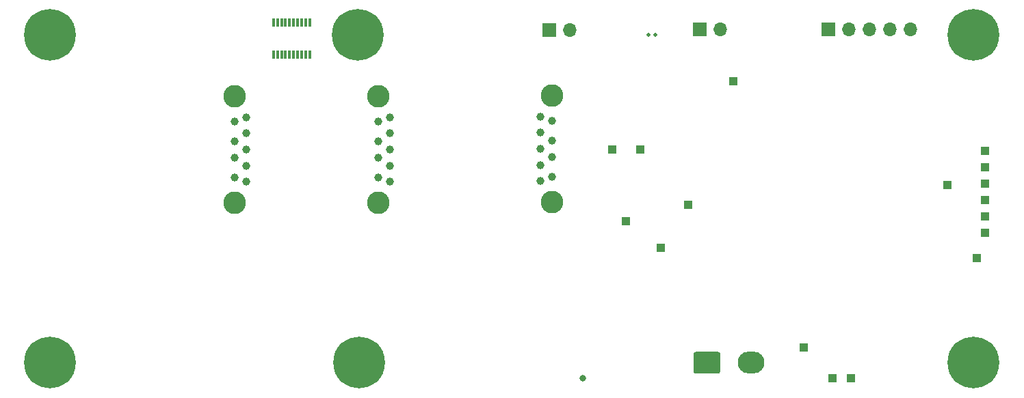
<source format=gbs>
G04 #@! TF.GenerationSoftware,KiCad,Pcbnew,(5.1.9-0-10_14)*
G04 #@! TF.CreationDate,2021-02-19T17:06:03+01:00*
G04 #@! TF.ProjectId,base-plane,62617365-2d70-46c6-916e-652e6b696361,rev?*
G04 #@! TF.SameCoordinates,Original*
G04 #@! TF.FileFunction,Soldermask,Bot*
G04 #@! TF.FilePolarity,Negative*
%FSLAX46Y46*%
G04 Gerber Fmt 4.6, Leading zero omitted, Abs format (unit mm)*
G04 Created by KiCad (PCBNEW (5.1.9-0-10_14)) date 2021-02-19 17:06:03*
%MOMM*%
%LPD*%
G01*
G04 APERTURE LIST*
%ADD10R,1.000000X1.000000*%
%ADD11R,0.300000X1.000000*%
%ADD12C,0.800000*%
%ADD13C,6.400000*%
%ADD14O,1.700000X1.700000*%
%ADD15R,1.700000X1.700000*%
%ADD16C,0.508000*%
%ADD17C,1.000000*%
%ADD18C,2.800000*%
%ADD19O,3.300000X2.700000*%
G04 APERTURE END LIST*
D10*
G04 #@! TO.C,TP19*
X172085000Y-100076000D03*
G04 #@! TD*
G04 #@! TO.C,TP18*
X167767000Y-96774000D03*
G04 #@! TD*
G04 #@! TO.C,TP16*
X166116000Y-87884000D03*
G04 #@! TD*
G04 #@! TO.C,TP15*
X175514000Y-94742000D03*
G04 #@! TD*
G04 #@! TO.C,TP13*
X169545000Y-87884000D03*
G04 #@! TD*
G04 #@! TO.C,TP12*
X181102000Y-79375000D03*
G04 #@! TD*
G04 #@! TO.C,TP11*
X211201000Y-101346000D03*
G04 #@! TD*
G04 #@! TO.C,TP10*
X212217000Y-98171000D03*
G04 #@! TD*
G04 #@! TO.C,TP9*
X212217000Y-96139000D03*
G04 #@! TD*
G04 #@! TO.C,TP8*
X212217000Y-94107000D03*
G04 #@! TD*
G04 #@! TO.C,TP7*
X212217000Y-92075000D03*
G04 #@! TD*
G04 #@! TO.C,TP6*
X212217000Y-90043000D03*
G04 #@! TD*
G04 #@! TO.C,TP1*
X212217000Y-88011000D03*
G04 #@! TD*
D11*
G04 #@! TO.C,J12*
X128650000Y-72150000D03*
X128150000Y-72150000D03*
X127650000Y-72150000D03*
X127150000Y-72150000D03*
X126650000Y-72150000D03*
X126150000Y-72150000D03*
X125650000Y-72150000D03*
X125150000Y-72150000D03*
X124650000Y-72150000D03*
X124150000Y-72150000D03*
X128650000Y-76050000D03*
X128150000Y-76050000D03*
X127650000Y-76050000D03*
X127150000Y-76050000D03*
X126650000Y-76050000D03*
X126150000Y-76050000D03*
X125650000Y-76050000D03*
X125150000Y-76050000D03*
X124650000Y-76050000D03*
X124150000Y-76050000D03*
G04 #@! TD*
D12*
G04 #@! TO.C,H6*
X136457056Y-112602944D03*
X134760000Y-111900000D03*
X133062944Y-112602944D03*
X132360000Y-114300000D03*
X133062944Y-115997056D03*
X134760000Y-116700000D03*
X136457056Y-115997056D03*
X137160000Y-114300000D03*
D13*
X134760000Y-114300000D03*
G04 #@! TD*
D12*
G04 #@! TO.C,H5*
X136317056Y-71962944D03*
X134620000Y-71260000D03*
X132922944Y-71962944D03*
X132220000Y-73660000D03*
X132922944Y-75357056D03*
X134620000Y-76060000D03*
X136317056Y-75357056D03*
X137020000Y-73660000D03*
D13*
X134620000Y-73660000D03*
G04 #@! TD*
D14*
G04 #@! TO.C,J11*
X202971400Y-72948800D03*
X200431400Y-72948800D03*
X197891400Y-72948800D03*
X195351400Y-72948800D03*
D15*
X192811400Y-72948800D03*
G04 #@! TD*
D16*
G04 #@! TO.C,U5*
X171386500Y-73609200D03*
X170599100Y-73609200D03*
G04 #@! TD*
D10*
G04 #@! TO.C,TP5*
X207550000Y-92300000D03*
G04 #@! TD*
G04 #@! TO.C,TP4*
X193344800Y-116179600D03*
G04 #@! TD*
G04 #@! TO.C,TP3*
X195630800Y-116179600D03*
G04 #@! TD*
G04 #@! TO.C,TP2*
X189788800Y-112433100D03*
G04 #@! TD*
D14*
G04 #@! TO.C,M1*
X160840000Y-73000000D03*
D15*
X158300000Y-73000000D03*
G04 #@! TD*
D14*
G04 #@! TO.C,J10*
X179476400Y-72948800D03*
D15*
X176936400Y-72948800D03*
G04 #@! TD*
D17*
G04 #@! TO.C,J8*
X120780000Y-91850000D03*
X120780000Y-89850000D03*
X120780000Y-87850000D03*
X120780000Y-85850000D03*
X120780000Y-83850000D03*
X119380000Y-91350000D03*
X119380000Y-88850000D03*
X119380000Y-86850000D03*
X119380000Y-84350000D03*
D18*
X119380000Y-94420000D03*
X119380000Y-81280000D03*
G04 #@! TD*
D17*
G04 #@! TO.C,J7*
X157200000Y-83770000D03*
X157200000Y-85770000D03*
X157200000Y-87770000D03*
X157200000Y-89770000D03*
X157200000Y-91770000D03*
X158600000Y-84270000D03*
X158600000Y-86770000D03*
X158600000Y-88770000D03*
X158600000Y-91270000D03*
D18*
X158600000Y-81200000D03*
X158600000Y-94340000D03*
G04 #@! TD*
D17*
G04 #@! TO.C,J3*
X138560000Y-91850000D03*
X138560000Y-89850000D03*
X138560000Y-87850000D03*
X138560000Y-85850000D03*
X138560000Y-83850000D03*
X137160000Y-91350000D03*
X137160000Y-88850000D03*
X137160000Y-86850000D03*
X137160000Y-84350000D03*
D18*
X137160000Y-94420000D03*
X137160000Y-81280000D03*
G04 #@! TD*
D12*
G04 #@! TO.C,J2*
X162430000Y-116242600D03*
G04 #@! TD*
G04 #@! TO.C,J1*
G36*
G01*
X179199999Y-115650000D02*
X176400001Y-115650000D01*
G75*
G02*
X176150000Y-115399999I0J250001D01*
G01*
X176150000Y-113200001D01*
G75*
G02*
X176400001Y-112950000I250001J0D01*
G01*
X179199999Y-112950000D01*
G75*
G02*
X179450000Y-113200001I0J-250001D01*
G01*
X179450000Y-115399999D01*
G75*
G02*
X179199999Y-115650000I-250001J0D01*
G01*
G37*
D19*
X183300000Y-114300000D03*
G04 #@! TD*
D12*
G04 #@! TO.C,H4*
X94822944Y-75357056D03*
X96520000Y-76060000D03*
X98217056Y-75357056D03*
X98920000Y-73660000D03*
X98217056Y-71962944D03*
X96520000Y-71260000D03*
X94822944Y-71962944D03*
X94120000Y-73660000D03*
D13*
X96520000Y-73660000D03*
G04 #@! TD*
D12*
G04 #@! TO.C,H3*
X98217056Y-115997056D03*
X98920000Y-114300000D03*
X98217056Y-112602944D03*
X96520000Y-111900000D03*
X94822944Y-112602944D03*
X94120000Y-114300000D03*
X94822944Y-115997056D03*
X96520000Y-116700000D03*
D13*
X96520000Y-114300000D03*
G04 #@! TD*
D12*
G04 #@! TO.C,H2*
X209122944Y-115997056D03*
X210820000Y-116700000D03*
X212517056Y-115997056D03*
X213220000Y-114300000D03*
X212517056Y-112602944D03*
X210820000Y-111900000D03*
X209122944Y-112602944D03*
X208420000Y-114300000D03*
D13*
X210820000Y-114300000D03*
G04 #@! TD*
D12*
G04 #@! TO.C,H1*
X209122944Y-75357056D03*
X210820000Y-76060000D03*
X212517056Y-75357056D03*
X213220000Y-73660000D03*
X212517056Y-71962944D03*
X210820000Y-71260000D03*
X209122944Y-71962944D03*
X208420000Y-73660000D03*
D13*
X210820000Y-73660000D03*
G04 #@! TD*
M02*

</source>
